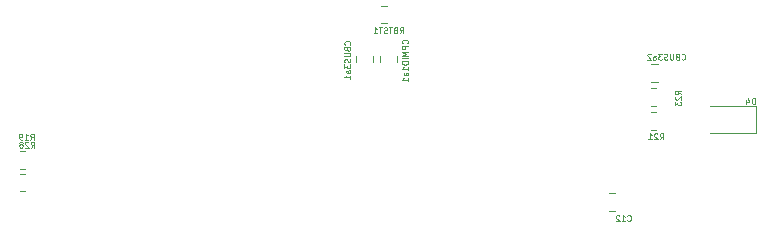
<source format=gbo>
G04 #@! TF.GenerationSoftware,KiCad,Pcbnew,(6.99.0-3780-g6ddc5c1a6e)*
G04 #@! TF.CreationDate,2022-10-12T10:17:30+02:00*
G04 #@! TF.ProjectId,BalthazarPSU3,42616c74-6861-47a6-9172-505355332e6b,v02*
G04 #@! TF.SameCoordinates,Original*
G04 #@! TF.FileFunction,Legend,Bot*
G04 #@! TF.FilePolarity,Positive*
%FSLAX46Y46*%
G04 Gerber Fmt 4.6, Leading zero omitted, Abs format (unit mm)*
G04 Created by KiCad (PCBNEW (6.99.0-3780-g6ddc5c1a6e)) date 2022-10-12 10:17:30*
%MOMM*%
%LPD*%
G01*
G04 APERTURE LIST*
%ADD10C,0.100000*%
%ADD11C,0.120000*%
G04 APERTURE END LIST*
D10*
X165149047Y-69543690D02*
X165149047Y-69043690D01*
X165149047Y-69043690D02*
X165029999Y-69043690D01*
X165029999Y-69043690D02*
X164958571Y-69067500D01*
X164958571Y-69067500D02*
X164910952Y-69115119D01*
X164910952Y-69115119D02*
X164887142Y-69162738D01*
X164887142Y-69162738D02*
X164863333Y-69257976D01*
X164863333Y-69257976D02*
X164863333Y-69329404D01*
X164863333Y-69329404D02*
X164887142Y-69424642D01*
X164887142Y-69424642D02*
X164910952Y-69472261D01*
X164910952Y-69472261D02*
X164958571Y-69519880D01*
X164958571Y-69519880D02*
X165029999Y-69543690D01*
X165029999Y-69543690D02*
X165149047Y-69543690D01*
X164434761Y-69210357D02*
X164434761Y-69543690D01*
X164553809Y-69019880D02*
X164672856Y-69377023D01*
X164672856Y-69377023D02*
X164363333Y-69377023D01*
X157091428Y-72543690D02*
X157258094Y-72305595D01*
X157377142Y-72543690D02*
X157377142Y-72043690D01*
X157377142Y-72043690D02*
X157186666Y-72043690D01*
X157186666Y-72043690D02*
X157139047Y-72067500D01*
X157139047Y-72067500D02*
X157115237Y-72091309D01*
X157115237Y-72091309D02*
X157091428Y-72138928D01*
X157091428Y-72138928D02*
X157091428Y-72210357D01*
X157091428Y-72210357D02*
X157115237Y-72257976D01*
X157115237Y-72257976D02*
X157139047Y-72281785D01*
X157139047Y-72281785D02*
X157186666Y-72305595D01*
X157186666Y-72305595D02*
X157377142Y-72305595D01*
X156900951Y-72091309D02*
X156877142Y-72067500D01*
X156877142Y-72067500D02*
X156829523Y-72043690D01*
X156829523Y-72043690D02*
X156710475Y-72043690D01*
X156710475Y-72043690D02*
X156662856Y-72067500D01*
X156662856Y-72067500D02*
X156639047Y-72091309D01*
X156639047Y-72091309D02*
X156615237Y-72138928D01*
X156615237Y-72138928D02*
X156615237Y-72186547D01*
X156615237Y-72186547D02*
X156639047Y-72257976D01*
X156639047Y-72257976D02*
X156924761Y-72543690D01*
X156924761Y-72543690D02*
X156615237Y-72543690D01*
X156139047Y-72543690D02*
X156424761Y-72543690D01*
X156281904Y-72543690D02*
X156281904Y-72043690D01*
X156281904Y-72043690D02*
X156329523Y-72115119D01*
X156329523Y-72115119D02*
X156377142Y-72162738D01*
X156377142Y-72162738D02*
X156424761Y-72186547D01*
X158893690Y-68708571D02*
X158655595Y-68541905D01*
X158893690Y-68422857D02*
X158393690Y-68422857D01*
X158393690Y-68422857D02*
X158393690Y-68613333D01*
X158393690Y-68613333D02*
X158417500Y-68660952D01*
X158417500Y-68660952D02*
X158441309Y-68684762D01*
X158441309Y-68684762D02*
X158488928Y-68708571D01*
X158488928Y-68708571D02*
X158560357Y-68708571D01*
X158560357Y-68708571D02*
X158607976Y-68684762D01*
X158607976Y-68684762D02*
X158631785Y-68660952D01*
X158631785Y-68660952D02*
X158655595Y-68613333D01*
X158655595Y-68613333D02*
X158655595Y-68422857D01*
X158441309Y-68899048D02*
X158417500Y-68922857D01*
X158417500Y-68922857D02*
X158393690Y-68970476D01*
X158393690Y-68970476D02*
X158393690Y-69089524D01*
X158393690Y-69089524D02*
X158417500Y-69137143D01*
X158417500Y-69137143D02*
X158441309Y-69160952D01*
X158441309Y-69160952D02*
X158488928Y-69184762D01*
X158488928Y-69184762D02*
X158536547Y-69184762D01*
X158536547Y-69184762D02*
X158607976Y-69160952D01*
X158607976Y-69160952D02*
X158893690Y-68875238D01*
X158893690Y-68875238D02*
X158893690Y-69184762D01*
X158393690Y-69351428D02*
X158393690Y-69660952D01*
X158393690Y-69660952D02*
X158584166Y-69494285D01*
X158584166Y-69494285D02*
X158584166Y-69565714D01*
X158584166Y-69565714D02*
X158607976Y-69613333D01*
X158607976Y-69613333D02*
X158631785Y-69637142D01*
X158631785Y-69637142D02*
X158679404Y-69660952D01*
X158679404Y-69660952D02*
X158798452Y-69660952D01*
X158798452Y-69660952D02*
X158846071Y-69637142D01*
X158846071Y-69637142D02*
X158869880Y-69613333D01*
X158869880Y-69613333D02*
X158893690Y-69565714D01*
X158893690Y-69565714D02*
X158893690Y-69422857D01*
X158893690Y-69422857D02*
X158869880Y-69375238D01*
X158869880Y-69375238D02*
X158846071Y-69351428D01*
X135082380Y-63553690D02*
X135249046Y-63315595D01*
X135368094Y-63553690D02*
X135368094Y-63053690D01*
X135368094Y-63053690D02*
X135177618Y-63053690D01*
X135177618Y-63053690D02*
X135129999Y-63077500D01*
X135129999Y-63077500D02*
X135106189Y-63101309D01*
X135106189Y-63101309D02*
X135082380Y-63148928D01*
X135082380Y-63148928D02*
X135082380Y-63220357D01*
X135082380Y-63220357D02*
X135106189Y-63267976D01*
X135106189Y-63267976D02*
X135129999Y-63291785D01*
X135129999Y-63291785D02*
X135177618Y-63315595D01*
X135177618Y-63315595D02*
X135368094Y-63315595D01*
X134701427Y-63291785D02*
X134629999Y-63315595D01*
X134629999Y-63315595D02*
X134606189Y-63339404D01*
X134606189Y-63339404D02*
X134582380Y-63387023D01*
X134582380Y-63387023D02*
X134582380Y-63458452D01*
X134582380Y-63458452D02*
X134606189Y-63506071D01*
X134606189Y-63506071D02*
X134629999Y-63529880D01*
X134629999Y-63529880D02*
X134677618Y-63553690D01*
X134677618Y-63553690D02*
X134868094Y-63553690D01*
X134868094Y-63553690D02*
X134868094Y-63053690D01*
X134868094Y-63053690D02*
X134701427Y-63053690D01*
X134701427Y-63053690D02*
X134653808Y-63077500D01*
X134653808Y-63077500D02*
X134629999Y-63101309D01*
X134629999Y-63101309D02*
X134606189Y-63148928D01*
X134606189Y-63148928D02*
X134606189Y-63196547D01*
X134606189Y-63196547D02*
X134629999Y-63244166D01*
X134629999Y-63244166D02*
X134653808Y-63267976D01*
X134653808Y-63267976D02*
X134701427Y-63291785D01*
X134701427Y-63291785D02*
X134868094Y-63291785D01*
X134439522Y-63053690D02*
X134153808Y-63053690D01*
X134296665Y-63553690D02*
X134296665Y-63053690D01*
X134010951Y-63529880D02*
X133939523Y-63553690D01*
X133939523Y-63553690D02*
X133820475Y-63553690D01*
X133820475Y-63553690D02*
X133772856Y-63529880D01*
X133772856Y-63529880D02*
X133749047Y-63506071D01*
X133749047Y-63506071D02*
X133725237Y-63458452D01*
X133725237Y-63458452D02*
X133725237Y-63410833D01*
X133725237Y-63410833D02*
X133749047Y-63363214D01*
X133749047Y-63363214D02*
X133772856Y-63339404D01*
X133772856Y-63339404D02*
X133820475Y-63315595D01*
X133820475Y-63315595D02*
X133915713Y-63291785D01*
X133915713Y-63291785D02*
X133963332Y-63267976D01*
X133963332Y-63267976D02*
X133987142Y-63244166D01*
X133987142Y-63244166D02*
X134010951Y-63196547D01*
X134010951Y-63196547D02*
X134010951Y-63148928D01*
X134010951Y-63148928D02*
X133987142Y-63101309D01*
X133987142Y-63101309D02*
X133963332Y-63077500D01*
X133963332Y-63077500D02*
X133915713Y-63053690D01*
X133915713Y-63053690D02*
X133796666Y-63053690D01*
X133796666Y-63053690D02*
X133725237Y-63077500D01*
X133582380Y-63053690D02*
X133296666Y-63053690D01*
X133439523Y-63553690D02*
X133439523Y-63053690D01*
X132868095Y-63553690D02*
X133153809Y-63553690D01*
X133010952Y-63553690D02*
X133010952Y-63053690D01*
X133010952Y-63053690D02*
X133058571Y-63125119D01*
X133058571Y-63125119D02*
X133106190Y-63172738D01*
X133106190Y-63172738D02*
X133153809Y-63196547D01*
X130856071Y-64522381D02*
X130879880Y-64498572D01*
X130879880Y-64498572D02*
X130903690Y-64427143D01*
X130903690Y-64427143D02*
X130903690Y-64379524D01*
X130903690Y-64379524D02*
X130879880Y-64308096D01*
X130879880Y-64308096D02*
X130832261Y-64260477D01*
X130832261Y-64260477D02*
X130784642Y-64236667D01*
X130784642Y-64236667D02*
X130689404Y-64212858D01*
X130689404Y-64212858D02*
X130617976Y-64212858D01*
X130617976Y-64212858D02*
X130522738Y-64236667D01*
X130522738Y-64236667D02*
X130475119Y-64260477D01*
X130475119Y-64260477D02*
X130427500Y-64308096D01*
X130427500Y-64308096D02*
X130403690Y-64379524D01*
X130403690Y-64379524D02*
X130403690Y-64427143D01*
X130403690Y-64427143D02*
X130427500Y-64498572D01*
X130427500Y-64498572D02*
X130451309Y-64522381D01*
X130641785Y-64903334D02*
X130665595Y-64974762D01*
X130665595Y-64974762D02*
X130689404Y-64998572D01*
X130689404Y-64998572D02*
X130737023Y-65022381D01*
X130737023Y-65022381D02*
X130808452Y-65022381D01*
X130808452Y-65022381D02*
X130856071Y-64998572D01*
X130856071Y-64998572D02*
X130879880Y-64974762D01*
X130879880Y-64974762D02*
X130903690Y-64927143D01*
X130903690Y-64927143D02*
X130903690Y-64736667D01*
X130903690Y-64736667D02*
X130403690Y-64736667D01*
X130403690Y-64736667D02*
X130403690Y-64903334D01*
X130403690Y-64903334D02*
X130427500Y-64950953D01*
X130427500Y-64950953D02*
X130451309Y-64974762D01*
X130451309Y-64974762D02*
X130498928Y-64998572D01*
X130498928Y-64998572D02*
X130546547Y-64998572D01*
X130546547Y-64998572D02*
X130594166Y-64974762D01*
X130594166Y-64974762D02*
X130617976Y-64950953D01*
X130617976Y-64950953D02*
X130641785Y-64903334D01*
X130641785Y-64903334D02*
X130641785Y-64736667D01*
X130403690Y-65236667D02*
X130808452Y-65236667D01*
X130808452Y-65236667D02*
X130856071Y-65260477D01*
X130856071Y-65260477D02*
X130879880Y-65284286D01*
X130879880Y-65284286D02*
X130903690Y-65331905D01*
X130903690Y-65331905D02*
X130903690Y-65427143D01*
X130903690Y-65427143D02*
X130879880Y-65474762D01*
X130879880Y-65474762D02*
X130856071Y-65498572D01*
X130856071Y-65498572D02*
X130808452Y-65522381D01*
X130808452Y-65522381D02*
X130403690Y-65522381D01*
X130879880Y-65736668D02*
X130903690Y-65808096D01*
X130903690Y-65808096D02*
X130903690Y-65927144D01*
X130903690Y-65927144D02*
X130879880Y-65974763D01*
X130879880Y-65974763D02*
X130856071Y-65998572D01*
X130856071Y-65998572D02*
X130808452Y-66022382D01*
X130808452Y-66022382D02*
X130760833Y-66022382D01*
X130760833Y-66022382D02*
X130713214Y-65998572D01*
X130713214Y-65998572D02*
X130689404Y-65974763D01*
X130689404Y-65974763D02*
X130665595Y-65927144D01*
X130665595Y-65927144D02*
X130641785Y-65831906D01*
X130641785Y-65831906D02*
X130617976Y-65784287D01*
X130617976Y-65784287D02*
X130594166Y-65760477D01*
X130594166Y-65760477D02*
X130546547Y-65736668D01*
X130546547Y-65736668D02*
X130498928Y-65736668D01*
X130498928Y-65736668D02*
X130451309Y-65760477D01*
X130451309Y-65760477D02*
X130427500Y-65784287D01*
X130427500Y-65784287D02*
X130403690Y-65831906D01*
X130403690Y-65831906D02*
X130403690Y-65950953D01*
X130403690Y-65950953D02*
X130427500Y-66022382D01*
X130403690Y-66189048D02*
X130403690Y-66498572D01*
X130403690Y-66498572D02*
X130594166Y-66331905D01*
X130594166Y-66331905D02*
X130594166Y-66403334D01*
X130594166Y-66403334D02*
X130617976Y-66450953D01*
X130617976Y-66450953D02*
X130641785Y-66474762D01*
X130641785Y-66474762D02*
X130689404Y-66498572D01*
X130689404Y-66498572D02*
X130808452Y-66498572D01*
X130808452Y-66498572D02*
X130856071Y-66474762D01*
X130856071Y-66474762D02*
X130879880Y-66450953D01*
X130879880Y-66450953D02*
X130903690Y-66403334D01*
X130903690Y-66403334D02*
X130903690Y-66260477D01*
X130903690Y-66260477D02*
X130879880Y-66212858D01*
X130879880Y-66212858D02*
X130856071Y-66189048D01*
X130903690Y-66927143D02*
X130641785Y-66927143D01*
X130641785Y-66927143D02*
X130594166Y-66903333D01*
X130594166Y-66903333D02*
X130570357Y-66855714D01*
X130570357Y-66855714D02*
X130570357Y-66760476D01*
X130570357Y-66760476D02*
X130594166Y-66712857D01*
X130879880Y-66927143D02*
X130903690Y-66879524D01*
X130903690Y-66879524D02*
X130903690Y-66760476D01*
X130903690Y-66760476D02*
X130879880Y-66712857D01*
X130879880Y-66712857D02*
X130832261Y-66689048D01*
X130832261Y-66689048D02*
X130784642Y-66689048D01*
X130784642Y-66689048D02*
X130737023Y-66712857D01*
X130737023Y-66712857D02*
X130713214Y-66760476D01*
X130713214Y-66760476D02*
X130713214Y-66879524D01*
X130713214Y-66879524D02*
X130689404Y-66927143D01*
X130903690Y-67427143D02*
X130903690Y-67141429D01*
X130903690Y-67284286D02*
X130403690Y-67284286D01*
X130403690Y-67284286D02*
X130475119Y-67236667D01*
X130475119Y-67236667D02*
X130522738Y-67189048D01*
X130522738Y-67189048D02*
X130546547Y-67141429D01*
X158957618Y-65746071D02*
X158981427Y-65769880D01*
X158981427Y-65769880D02*
X159052856Y-65793690D01*
X159052856Y-65793690D02*
X159100475Y-65793690D01*
X159100475Y-65793690D02*
X159171903Y-65769880D01*
X159171903Y-65769880D02*
X159219522Y-65722261D01*
X159219522Y-65722261D02*
X159243332Y-65674642D01*
X159243332Y-65674642D02*
X159267141Y-65579404D01*
X159267141Y-65579404D02*
X159267141Y-65507976D01*
X159267141Y-65507976D02*
X159243332Y-65412738D01*
X159243332Y-65412738D02*
X159219522Y-65365119D01*
X159219522Y-65365119D02*
X159171903Y-65317500D01*
X159171903Y-65317500D02*
X159100475Y-65293690D01*
X159100475Y-65293690D02*
X159052856Y-65293690D01*
X159052856Y-65293690D02*
X158981427Y-65317500D01*
X158981427Y-65317500D02*
X158957618Y-65341309D01*
X158576665Y-65531785D02*
X158505237Y-65555595D01*
X158505237Y-65555595D02*
X158481427Y-65579404D01*
X158481427Y-65579404D02*
X158457618Y-65627023D01*
X158457618Y-65627023D02*
X158457618Y-65698452D01*
X158457618Y-65698452D02*
X158481427Y-65746071D01*
X158481427Y-65746071D02*
X158505237Y-65769880D01*
X158505237Y-65769880D02*
X158552856Y-65793690D01*
X158552856Y-65793690D02*
X158743332Y-65793690D01*
X158743332Y-65793690D02*
X158743332Y-65293690D01*
X158743332Y-65293690D02*
X158576665Y-65293690D01*
X158576665Y-65293690D02*
X158529046Y-65317500D01*
X158529046Y-65317500D02*
X158505237Y-65341309D01*
X158505237Y-65341309D02*
X158481427Y-65388928D01*
X158481427Y-65388928D02*
X158481427Y-65436547D01*
X158481427Y-65436547D02*
X158505237Y-65484166D01*
X158505237Y-65484166D02*
X158529046Y-65507976D01*
X158529046Y-65507976D02*
X158576665Y-65531785D01*
X158576665Y-65531785D02*
X158743332Y-65531785D01*
X158243332Y-65293690D02*
X158243332Y-65698452D01*
X158243332Y-65698452D02*
X158219522Y-65746071D01*
X158219522Y-65746071D02*
X158195713Y-65769880D01*
X158195713Y-65769880D02*
X158148094Y-65793690D01*
X158148094Y-65793690D02*
X158052856Y-65793690D01*
X158052856Y-65793690D02*
X158005237Y-65769880D01*
X158005237Y-65769880D02*
X157981427Y-65746071D01*
X157981427Y-65746071D02*
X157957618Y-65698452D01*
X157957618Y-65698452D02*
X157957618Y-65293690D01*
X157743331Y-65769880D02*
X157671903Y-65793690D01*
X157671903Y-65793690D02*
X157552855Y-65793690D01*
X157552855Y-65793690D02*
X157505236Y-65769880D01*
X157505236Y-65769880D02*
X157481427Y-65746071D01*
X157481427Y-65746071D02*
X157457617Y-65698452D01*
X157457617Y-65698452D02*
X157457617Y-65650833D01*
X157457617Y-65650833D02*
X157481427Y-65603214D01*
X157481427Y-65603214D02*
X157505236Y-65579404D01*
X157505236Y-65579404D02*
X157552855Y-65555595D01*
X157552855Y-65555595D02*
X157648093Y-65531785D01*
X157648093Y-65531785D02*
X157695712Y-65507976D01*
X157695712Y-65507976D02*
X157719522Y-65484166D01*
X157719522Y-65484166D02*
X157743331Y-65436547D01*
X157743331Y-65436547D02*
X157743331Y-65388928D01*
X157743331Y-65388928D02*
X157719522Y-65341309D01*
X157719522Y-65341309D02*
X157695712Y-65317500D01*
X157695712Y-65317500D02*
X157648093Y-65293690D01*
X157648093Y-65293690D02*
X157529046Y-65293690D01*
X157529046Y-65293690D02*
X157457617Y-65317500D01*
X157290951Y-65293690D02*
X156981427Y-65293690D01*
X156981427Y-65293690D02*
X157148094Y-65484166D01*
X157148094Y-65484166D02*
X157076665Y-65484166D01*
X157076665Y-65484166D02*
X157029046Y-65507976D01*
X157029046Y-65507976D02*
X157005237Y-65531785D01*
X157005237Y-65531785D02*
X156981427Y-65579404D01*
X156981427Y-65579404D02*
X156981427Y-65698452D01*
X156981427Y-65698452D02*
X157005237Y-65746071D01*
X157005237Y-65746071D02*
X157029046Y-65769880D01*
X157029046Y-65769880D02*
X157076665Y-65793690D01*
X157076665Y-65793690D02*
X157219522Y-65793690D01*
X157219522Y-65793690D02*
X157267141Y-65769880D01*
X157267141Y-65769880D02*
X157290951Y-65746071D01*
X156552856Y-65793690D02*
X156552856Y-65531785D01*
X156552856Y-65531785D02*
X156576666Y-65484166D01*
X156576666Y-65484166D02*
X156624285Y-65460357D01*
X156624285Y-65460357D02*
X156719523Y-65460357D01*
X156719523Y-65460357D02*
X156767142Y-65484166D01*
X156552856Y-65769880D02*
X156600475Y-65793690D01*
X156600475Y-65793690D02*
X156719523Y-65793690D01*
X156719523Y-65793690D02*
X156767142Y-65769880D01*
X156767142Y-65769880D02*
X156790951Y-65722261D01*
X156790951Y-65722261D02*
X156790951Y-65674642D01*
X156790951Y-65674642D02*
X156767142Y-65627023D01*
X156767142Y-65627023D02*
X156719523Y-65603214D01*
X156719523Y-65603214D02*
X156600475Y-65603214D01*
X156600475Y-65603214D02*
X156552856Y-65579404D01*
X156338570Y-65341309D02*
X156314761Y-65317500D01*
X156314761Y-65317500D02*
X156267142Y-65293690D01*
X156267142Y-65293690D02*
X156148094Y-65293690D01*
X156148094Y-65293690D02*
X156100475Y-65317500D01*
X156100475Y-65317500D02*
X156076666Y-65341309D01*
X156076666Y-65341309D02*
X156052856Y-65388928D01*
X156052856Y-65388928D02*
X156052856Y-65436547D01*
X156052856Y-65436547D02*
X156076666Y-65507976D01*
X156076666Y-65507976D02*
X156362380Y-65793690D01*
X156362380Y-65793690D02*
X156052856Y-65793690D01*
X135726071Y-64407619D02*
X135749880Y-64383810D01*
X135749880Y-64383810D02*
X135773690Y-64312381D01*
X135773690Y-64312381D02*
X135773690Y-64264762D01*
X135773690Y-64264762D02*
X135749880Y-64193334D01*
X135749880Y-64193334D02*
X135702261Y-64145715D01*
X135702261Y-64145715D02*
X135654642Y-64121905D01*
X135654642Y-64121905D02*
X135559404Y-64098096D01*
X135559404Y-64098096D02*
X135487976Y-64098096D01*
X135487976Y-64098096D02*
X135392738Y-64121905D01*
X135392738Y-64121905D02*
X135345119Y-64145715D01*
X135345119Y-64145715D02*
X135297500Y-64193334D01*
X135297500Y-64193334D02*
X135273690Y-64264762D01*
X135273690Y-64264762D02*
X135273690Y-64312381D01*
X135273690Y-64312381D02*
X135297500Y-64383810D01*
X135297500Y-64383810D02*
X135321309Y-64407619D01*
X135773690Y-64621905D02*
X135273690Y-64621905D01*
X135273690Y-64621905D02*
X135273690Y-64812381D01*
X135273690Y-64812381D02*
X135297500Y-64860000D01*
X135297500Y-64860000D02*
X135321309Y-64883810D01*
X135321309Y-64883810D02*
X135368928Y-64907619D01*
X135368928Y-64907619D02*
X135440357Y-64907619D01*
X135440357Y-64907619D02*
X135487976Y-64883810D01*
X135487976Y-64883810D02*
X135511785Y-64860000D01*
X135511785Y-64860000D02*
X135535595Y-64812381D01*
X135535595Y-64812381D02*
X135535595Y-64621905D01*
X135773690Y-65121905D02*
X135273690Y-65121905D01*
X135273690Y-65121905D02*
X135630833Y-65288572D01*
X135630833Y-65288572D02*
X135273690Y-65455238D01*
X135273690Y-65455238D02*
X135773690Y-65455238D01*
X135773690Y-65693334D02*
X135273690Y-65693334D01*
X135773690Y-65931429D02*
X135273690Y-65931429D01*
X135273690Y-65931429D02*
X135273690Y-66050477D01*
X135273690Y-66050477D02*
X135297500Y-66121905D01*
X135297500Y-66121905D02*
X135345119Y-66169524D01*
X135345119Y-66169524D02*
X135392738Y-66193334D01*
X135392738Y-66193334D02*
X135487976Y-66217143D01*
X135487976Y-66217143D02*
X135559404Y-66217143D01*
X135559404Y-66217143D02*
X135654642Y-66193334D01*
X135654642Y-66193334D02*
X135702261Y-66169524D01*
X135702261Y-66169524D02*
X135749880Y-66121905D01*
X135749880Y-66121905D02*
X135773690Y-66050477D01*
X135773690Y-66050477D02*
X135773690Y-65931429D01*
X135773690Y-66693334D02*
X135773690Y-66407620D01*
X135773690Y-66550477D02*
X135273690Y-66550477D01*
X135273690Y-66550477D02*
X135345119Y-66502858D01*
X135345119Y-66502858D02*
X135392738Y-66455239D01*
X135392738Y-66455239D02*
X135416547Y-66407620D01*
X135773690Y-67121905D02*
X135511785Y-67121905D01*
X135511785Y-67121905D02*
X135464166Y-67098095D01*
X135464166Y-67098095D02*
X135440357Y-67050476D01*
X135440357Y-67050476D02*
X135440357Y-66955238D01*
X135440357Y-66955238D02*
X135464166Y-66907619D01*
X135749880Y-67121905D02*
X135773690Y-67074286D01*
X135773690Y-67074286D02*
X135773690Y-66955238D01*
X135773690Y-66955238D02*
X135749880Y-66907619D01*
X135749880Y-66907619D02*
X135702261Y-66883810D01*
X135702261Y-66883810D02*
X135654642Y-66883810D01*
X135654642Y-66883810D02*
X135607023Y-66907619D01*
X135607023Y-66907619D02*
X135583214Y-66955238D01*
X135583214Y-66955238D02*
X135583214Y-67074286D01*
X135583214Y-67074286D02*
X135559404Y-67121905D01*
X135773690Y-67621905D02*
X135773690Y-67336191D01*
X135773690Y-67479048D02*
X135273690Y-67479048D01*
X135273690Y-67479048D02*
X135345119Y-67431429D01*
X135345119Y-67431429D02*
X135392738Y-67383810D01*
X135392738Y-67383810D02*
X135416547Y-67336191D01*
X103801428Y-72563690D02*
X103968094Y-72325595D01*
X104087142Y-72563690D02*
X104087142Y-72063690D01*
X104087142Y-72063690D02*
X103896666Y-72063690D01*
X103896666Y-72063690D02*
X103849047Y-72087500D01*
X103849047Y-72087500D02*
X103825237Y-72111309D01*
X103825237Y-72111309D02*
X103801428Y-72158928D01*
X103801428Y-72158928D02*
X103801428Y-72230357D01*
X103801428Y-72230357D02*
X103825237Y-72277976D01*
X103825237Y-72277976D02*
X103849047Y-72301785D01*
X103849047Y-72301785D02*
X103896666Y-72325595D01*
X103896666Y-72325595D02*
X104087142Y-72325595D01*
X103325237Y-72563690D02*
X103610951Y-72563690D01*
X103468094Y-72563690D02*
X103468094Y-72063690D01*
X103468094Y-72063690D02*
X103515713Y-72135119D01*
X103515713Y-72135119D02*
X103563332Y-72182738D01*
X103563332Y-72182738D02*
X103610951Y-72206547D01*
X103087142Y-72563690D02*
X102991904Y-72563690D01*
X102991904Y-72563690D02*
X102944285Y-72539880D01*
X102944285Y-72539880D02*
X102920476Y-72516071D01*
X102920476Y-72516071D02*
X102872857Y-72444642D01*
X102872857Y-72444642D02*
X102849047Y-72349404D01*
X102849047Y-72349404D02*
X102849047Y-72158928D01*
X102849047Y-72158928D02*
X102872857Y-72111309D01*
X102872857Y-72111309D02*
X102896666Y-72087500D01*
X102896666Y-72087500D02*
X102944285Y-72063690D01*
X102944285Y-72063690D02*
X103039523Y-72063690D01*
X103039523Y-72063690D02*
X103087142Y-72087500D01*
X103087142Y-72087500D02*
X103110952Y-72111309D01*
X103110952Y-72111309D02*
X103134761Y-72158928D01*
X103134761Y-72158928D02*
X103134761Y-72277976D01*
X103134761Y-72277976D02*
X103110952Y-72325595D01*
X103110952Y-72325595D02*
X103087142Y-72349404D01*
X103087142Y-72349404D02*
X103039523Y-72373214D01*
X103039523Y-72373214D02*
X102944285Y-72373214D01*
X102944285Y-72373214D02*
X102896666Y-72349404D01*
X102896666Y-72349404D02*
X102872857Y-72325595D01*
X102872857Y-72325595D02*
X102849047Y-72277976D01*
X103821428Y-73233690D02*
X103988094Y-72995595D01*
X104107142Y-73233690D02*
X104107142Y-72733690D01*
X104107142Y-72733690D02*
X103916666Y-72733690D01*
X103916666Y-72733690D02*
X103869047Y-72757500D01*
X103869047Y-72757500D02*
X103845237Y-72781309D01*
X103845237Y-72781309D02*
X103821428Y-72828928D01*
X103821428Y-72828928D02*
X103821428Y-72900357D01*
X103821428Y-72900357D02*
X103845237Y-72947976D01*
X103845237Y-72947976D02*
X103869047Y-72971785D01*
X103869047Y-72971785D02*
X103916666Y-72995595D01*
X103916666Y-72995595D02*
X104107142Y-72995595D01*
X103630951Y-72781309D02*
X103607142Y-72757500D01*
X103607142Y-72757500D02*
X103559523Y-72733690D01*
X103559523Y-72733690D02*
X103440475Y-72733690D01*
X103440475Y-72733690D02*
X103392856Y-72757500D01*
X103392856Y-72757500D02*
X103369047Y-72781309D01*
X103369047Y-72781309D02*
X103345237Y-72828928D01*
X103345237Y-72828928D02*
X103345237Y-72876547D01*
X103345237Y-72876547D02*
X103369047Y-72947976D01*
X103369047Y-72947976D02*
X103654761Y-73233690D01*
X103654761Y-73233690D02*
X103345237Y-73233690D01*
X103059523Y-72947976D02*
X103107142Y-72924166D01*
X103107142Y-72924166D02*
X103130952Y-72900357D01*
X103130952Y-72900357D02*
X103154761Y-72852738D01*
X103154761Y-72852738D02*
X103154761Y-72828928D01*
X103154761Y-72828928D02*
X103130952Y-72781309D01*
X103130952Y-72781309D02*
X103107142Y-72757500D01*
X103107142Y-72757500D02*
X103059523Y-72733690D01*
X103059523Y-72733690D02*
X102964285Y-72733690D01*
X102964285Y-72733690D02*
X102916666Y-72757500D01*
X102916666Y-72757500D02*
X102892857Y-72781309D01*
X102892857Y-72781309D02*
X102869047Y-72828928D01*
X102869047Y-72828928D02*
X102869047Y-72852738D01*
X102869047Y-72852738D02*
X102892857Y-72900357D01*
X102892857Y-72900357D02*
X102916666Y-72924166D01*
X102916666Y-72924166D02*
X102964285Y-72947976D01*
X102964285Y-72947976D02*
X103059523Y-72947976D01*
X103059523Y-72947976D02*
X103107142Y-72971785D01*
X103107142Y-72971785D02*
X103130952Y-72995595D01*
X103130952Y-72995595D02*
X103154761Y-73043214D01*
X103154761Y-73043214D02*
X103154761Y-73138452D01*
X103154761Y-73138452D02*
X103130952Y-73186071D01*
X103130952Y-73186071D02*
X103107142Y-73209880D01*
X103107142Y-73209880D02*
X103059523Y-73233690D01*
X103059523Y-73233690D02*
X102964285Y-73233690D01*
X102964285Y-73233690D02*
X102916666Y-73209880D01*
X102916666Y-73209880D02*
X102892857Y-73186071D01*
X102892857Y-73186071D02*
X102869047Y-73138452D01*
X102869047Y-73138452D02*
X102869047Y-73043214D01*
X102869047Y-73043214D02*
X102892857Y-72995595D01*
X102892857Y-72995595D02*
X102916666Y-72971785D01*
X102916666Y-72971785D02*
X102964285Y-72947976D01*
X154341428Y-79406071D02*
X154365237Y-79429880D01*
X154365237Y-79429880D02*
X154436666Y-79453690D01*
X154436666Y-79453690D02*
X154484285Y-79453690D01*
X154484285Y-79453690D02*
X154555713Y-79429880D01*
X154555713Y-79429880D02*
X154603332Y-79382261D01*
X154603332Y-79382261D02*
X154627142Y-79334642D01*
X154627142Y-79334642D02*
X154650951Y-79239404D01*
X154650951Y-79239404D02*
X154650951Y-79167976D01*
X154650951Y-79167976D02*
X154627142Y-79072738D01*
X154627142Y-79072738D02*
X154603332Y-79025119D01*
X154603332Y-79025119D02*
X154555713Y-78977500D01*
X154555713Y-78977500D02*
X154484285Y-78953690D01*
X154484285Y-78953690D02*
X154436666Y-78953690D01*
X154436666Y-78953690D02*
X154365237Y-78977500D01*
X154365237Y-78977500D02*
X154341428Y-79001309D01*
X153865237Y-79453690D02*
X154150951Y-79453690D01*
X154008094Y-79453690D02*
X154008094Y-78953690D01*
X154008094Y-78953690D02*
X154055713Y-79025119D01*
X154055713Y-79025119D02*
X154103332Y-79072738D01*
X154103332Y-79072738D02*
X154150951Y-79096547D01*
X153674761Y-79001309D02*
X153650952Y-78977500D01*
X153650952Y-78977500D02*
X153603333Y-78953690D01*
X153603333Y-78953690D02*
X153484285Y-78953690D01*
X153484285Y-78953690D02*
X153436666Y-78977500D01*
X153436666Y-78977500D02*
X153412857Y-79001309D01*
X153412857Y-79001309D02*
X153389047Y-79048928D01*
X153389047Y-79048928D02*
X153389047Y-79096547D01*
X153389047Y-79096547D02*
X153412857Y-79167976D01*
X153412857Y-79167976D02*
X153698571Y-79453690D01*
X153698571Y-79453690D02*
X153389047Y-79453690D01*
D11*
X165226000Y-72001000D02*
X161341000Y-72001000D01*
X165226000Y-69731000D02*
X165226000Y-72001000D01*
X161341000Y-69731000D02*
X165226000Y-69731000D01*
X156363936Y-70258000D02*
X156818064Y-70258000D01*
X156363936Y-71728000D02*
X156818064Y-71728000D01*
X156363936Y-68226000D02*
X156818064Y-68226000D01*
X156363936Y-69696000D02*
X156818064Y-69696000D01*
X133527436Y-61241000D02*
X133981564Y-61241000D01*
X133527436Y-62711000D02*
X133981564Y-62711000D01*
X132815000Y-65499248D02*
X132815000Y-66021752D01*
X131345000Y-65499248D02*
X131345000Y-66021752D01*
X156390748Y-66194000D02*
X156913252Y-66194000D01*
X156390748Y-67664000D02*
X156913252Y-67664000D01*
X134847000Y-65499248D02*
X134847000Y-66021752D01*
X133377000Y-65499248D02*
X133377000Y-66021752D01*
X102896936Y-73560000D02*
X103351064Y-73560000D01*
X102896936Y-75030000D02*
X103351064Y-75030000D01*
X102896936Y-75465000D02*
X103351064Y-75465000D01*
X102896936Y-76935000D02*
X103351064Y-76935000D01*
X152773748Y-77116000D02*
X153296252Y-77116000D01*
X152773748Y-78586000D02*
X153296252Y-78586000D01*
M02*

</source>
